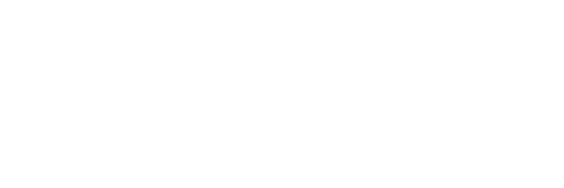
<source format=gto>
G04 #@! TF.GenerationSoftware,KiCad,Pcbnew,5.1.9+dfsg1-1*
G04 #@! TF.CreationDate,2023-03-08T14:18:00+09:00*
G04 #@! TF.ProjectId,mid,6d69642e-6b69-4636-9164-5f7063625858,rev?*
G04 #@! TF.SameCoordinates,Original*
G04 #@! TF.FileFunction,Legend,Top*
G04 #@! TF.FilePolarity,Positive*
%FSLAX46Y46*%
G04 Gerber Fmt 4.6, Leading zero omitted, Abs format (unit mm)*
G04 Created by KiCad (PCBNEW 5.1.9+dfsg1-1) date 2023-03-08 14:18:00*
%MOMM*%
%LPD*%
G01*
G04 APERTURE LIST*
%ADD10C,0.150000*%
%ADD11C,5.000000*%
%ADD12C,24.000000*%
%ADD13C,3.500000*%
G04 APERTURE END LIST*
D10*
X196666666Y-112952380D02*
X196666666Y-113666666D01*
X196619047Y-113809523D01*
X196523809Y-113904761D01*
X196380952Y-113952380D01*
X196285714Y-113952380D01*
X197666666Y-113952380D02*
X197095238Y-113952380D01*
X197380952Y-113952380D02*
X197380952Y-112952380D01*
X197285714Y-113095238D01*
X197190476Y-113190476D01*
X197095238Y-113238095D01*
X152666666Y-126952380D02*
X152666666Y-127666666D01*
X152619047Y-127809523D01*
X152523809Y-127904761D01*
X152380952Y-127952380D01*
X152285714Y-127952380D01*
X153095238Y-127047619D02*
X153142857Y-127000000D01*
X153238095Y-126952380D01*
X153476190Y-126952380D01*
X153571428Y-127000000D01*
X153619047Y-127047619D01*
X153666666Y-127142857D01*
X153666666Y-127238095D01*
X153619047Y-127380952D01*
X153047619Y-127952380D01*
X153666666Y-127952380D01*
X188666666Y-126952380D02*
X188666666Y-127666666D01*
X188619047Y-127809523D01*
X188523809Y-127904761D01*
X188380952Y-127952380D01*
X188285714Y-127952380D01*
X189047619Y-126952380D02*
X189666666Y-126952380D01*
X189333333Y-127333333D01*
X189476190Y-127333333D01*
X189571428Y-127380952D01*
X189619047Y-127428571D01*
X189666666Y-127523809D01*
X189666666Y-127761904D01*
X189619047Y-127857142D01*
X189571428Y-127904761D01*
X189476190Y-127952380D01*
X189190476Y-127952380D01*
X189095238Y-127904761D01*
X189047619Y-127857142D01*
X152666666Y-112952380D02*
X152666666Y-113666666D01*
X152619047Y-113809523D01*
X152523809Y-113904761D01*
X152380952Y-113952380D01*
X152285714Y-113952380D01*
X153571428Y-113285714D02*
X153571428Y-113952380D01*
X153333333Y-112904761D02*
X153095238Y-113619047D01*
X153714285Y-113619047D01*
X152916666Y-119952380D02*
X152916666Y-120666666D01*
X152869047Y-120809523D01*
X152773809Y-120904761D01*
X152630952Y-120952380D01*
X152535714Y-120952380D01*
X153869047Y-119952380D02*
X153392857Y-119952380D01*
X153345238Y-120428571D01*
X153392857Y-120380952D01*
X153488095Y-120333333D01*
X153726190Y-120333333D01*
X153821428Y-120380952D01*
X153869047Y-120428571D01*
X153916666Y-120523809D01*
X153916666Y-120761904D01*
X153869047Y-120857142D01*
X153821428Y-120904761D01*
X153726190Y-120952380D01*
X153488095Y-120952380D01*
X153392857Y-120904761D01*
X153345238Y-120857142D01*
X196416666Y-119952380D02*
X196416666Y-120666666D01*
X196369047Y-120809523D01*
X196273809Y-120904761D01*
X196130952Y-120952380D01*
X196035714Y-120952380D01*
X197321428Y-119952380D02*
X197130952Y-119952380D01*
X197035714Y-120000000D01*
X196988095Y-120047619D01*
X196892857Y-120190476D01*
X196845238Y-120380952D01*
X196845238Y-120761904D01*
X196892857Y-120857142D01*
X196940476Y-120904761D01*
X197035714Y-120952380D01*
X197226190Y-120952380D01*
X197321428Y-120904761D01*
X197369047Y-120857142D01*
X197416666Y-120761904D01*
X197416666Y-120523809D01*
X197369047Y-120428571D01*
X197321428Y-120380952D01*
X197226190Y-120333333D01*
X197035714Y-120333333D01*
X196940476Y-120380952D01*
X196892857Y-120428571D01*
X196845238Y-120523809D01*
X160666666Y-126952380D02*
X160666666Y-127666666D01*
X160619047Y-127809523D01*
X160523809Y-127904761D01*
X160380952Y-127952380D01*
X160285714Y-127952380D01*
X161285714Y-127380952D02*
X161190476Y-127333333D01*
X161142857Y-127285714D01*
X161095238Y-127190476D01*
X161095238Y-127142857D01*
X161142857Y-127047619D01*
X161190476Y-127000000D01*
X161285714Y-126952380D01*
X161476190Y-126952380D01*
X161571428Y-127000000D01*
X161619047Y-127047619D01*
X161666666Y-127142857D01*
X161666666Y-127190476D01*
X161619047Y-127285714D01*
X161571428Y-127333333D01*
X161476190Y-127380952D01*
X161285714Y-127380952D01*
X161190476Y-127428571D01*
X161142857Y-127476190D01*
X161095238Y-127571428D01*
X161095238Y-127761904D01*
X161142857Y-127857142D01*
X161190476Y-127904761D01*
X161285714Y-127952380D01*
X161476190Y-127952380D01*
X161571428Y-127904761D01*
X161619047Y-127857142D01*
X161666666Y-127761904D01*
X161666666Y-127571428D01*
X161619047Y-127476190D01*
X161571428Y-127428571D01*
X161476190Y-127380952D01*
X196666666Y-126952380D02*
X196666666Y-127666666D01*
X196619047Y-127809523D01*
X196523809Y-127904761D01*
X196380952Y-127952380D01*
X196285714Y-127952380D01*
X197190476Y-127952380D02*
X197380952Y-127952380D01*
X197476190Y-127904761D01*
X197523809Y-127857142D01*
X197619047Y-127714285D01*
X197666666Y-127523809D01*
X197666666Y-127142857D01*
X197619047Y-127047619D01*
X197571428Y-127000000D01*
X197476190Y-126952380D01*
X197285714Y-126952380D01*
X197190476Y-127000000D01*
X197142857Y-127047619D01*
X197095238Y-127142857D01*
X197095238Y-127380952D01*
X197142857Y-127476190D01*
X197190476Y-127523809D01*
X197285714Y-127571428D01*
X197476190Y-127571428D01*
X197571428Y-127523809D01*
X197619047Y-127476190D01*
X197666666Y-127380952D01*
X174730625Y-120202030D02*
X175235701Y-120707106D01*
X175303045Y-120841793D01*
X175303045Y-120976480D01*
X175235701Y-121111167D01*
X175168358Y-121178510D01*
X174999999Y-119932656D02*
X175471404Y-119461251D01*
X175875465Y-120471404D01*
%LPC*%
D11*
X197000000Y-113000000D03*
X153000000Y-127000000D03*
X189000000Y-127000000D03*
X153000000Y-113000000D03*
X153250000Y-120000000D03*
X196750000Y-120000000D03*
X161000000Y-127000000D03*
X197000000Y-127000000D03*
D12*
X175000000Y-120000000D03*
D13*
X180656854Y-114343146D03*
X169343146Y-114343146D03*
X169343146Y-125656854D03*
X180656854Y-125656854D03*
M02*

</source>
